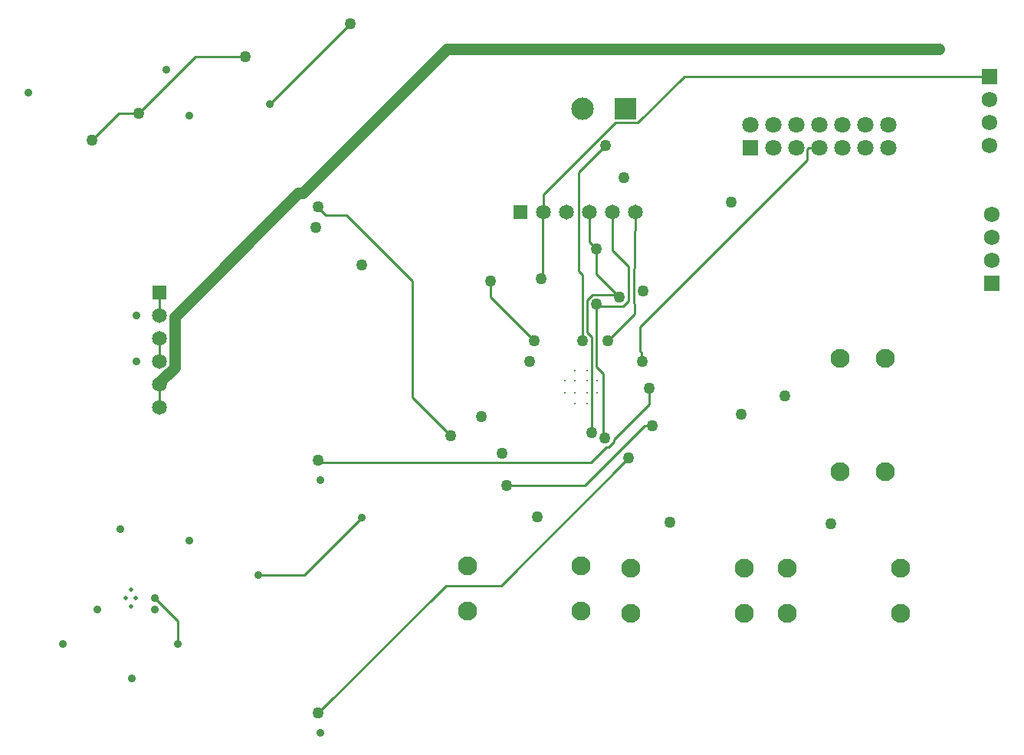
<source format=gbl>
G04*
G04 #@! TF.GenerationSoftware,Altium Limited,Altium Designer,25.2.1 (25)*
G04*
G04 Layer_Physical_Order=4*
G04 Layer_Color=16711680*
%FSLAX44Y44*%
%MOMM*%
G71*
G04*
G04 #@! TF.SameCoordinates,E5E090E4-F6E9-416A-80E2-435660C576E3*
G04*
G04*
G04 #@! TF.FilePolarity,Positive*
G04*
G01*
G75*
%ADD15C,0.2540*%
%ADD72C,0.5000*%
%ADD75C,1.2700*%
%ADD77C,1.7250*%
%ADD78R,1.7250X1.7250*%
%ADD79C,1.8000*%
%ADD80R,1.8000X1.8000*%
%ADD81C,1.6500*%
%ADD82R,1.6500X1.6500*%
%ADD83R,2.4750X2.4750*%
%ADD84C,2.4750*%
%ADD85C,2.1000*%
%ADD86R,1.6500X1.6500*%
%ADD87C,0.3000*%
%ADD88C,1.2700*%
%ADD89C,0.8890*%
%ADD107C,0.2540*%
D15*
X1336040Y1412240D02*
X1384300Y1363980D01*
X1336040Y1412240D02*
Y1430020D01*
X1153606Y1503234D02*
X1176466D01*
X1145540Y1511300D02*
Y1511916D01*
Y1511300D02*
X1153606Y1503234D01*
X1176466D02*
X1249680Y1430020D01*
Y1301448D02*
Y1430020D01*
X1685961Y1564041D02*
Y1575999D01*
X1674903Y1552983D02*
X1685961Y1564041D01*
X1501140Y1352321D02*
Y1379220D01*
X1674903Y1552983D02*
X1674903D01*
X1501140Y1379220D02*
X1674903Y1552983D01*
X1394460Y1506220D02*
Y1525668D01*
X1473762Y1604970D01*
X1498830D01*
X1549940Y1656080D01*
X1887220D01*
X1685961Y1575999D02*
X1686558Y1576596D01*
X1687302Y1577340D02*
X1699260D01*
X1686558Y1576596D02*
X1687302Y1577340D01*
X1502410Y1342390D02*
Y1351051D01*
Y1342390D02*
X1503909Y1340891D01*
X1501140Y1352321D02*
X1502410Y1351051D01*
X1493956Y1423633D02*
X1496060Y1506220D01*
X1493956Y1415216D02*
X1495316Y1395820D01*
X1465580Y1363980D02*
X1495316Y1393716D01*
Y1395820D01*
X1493956Y1415216D02*
Y1423633D01*
X1010033Y1678053D02*
X1065041D01*
X947420Y1615440D02*
X1010033Y1678053D01*
X895617Y1585665D02*
X925392Y1615440D01*
X947420D01*
X1393190Y1433830D02*
Y1504950D01*
X1394460Y1506220D01*
X1391920Y1432560D02*
X1393190Y1433830D01*
X1511300Y1293732D02*
Y1311680D01*
X970280Y1341120D02*
Y1366520D01*
Y1391920D02*
Y1417320D01*
Y1290320D02*
Y1315720D01*
X1447908Y1262642D02*
X1448030Y1262765D01*
Y1367958D01*
X1445260Y1473200D02*
Y1506220D01*
Y1473200D02*
X1452880Y1465580D01*
X1433200Y1550040D02*
X1463040Y1579880D01*
X1433200Y1441192D02*
Y1550040D01*
Y1441192D02*
X1437640Y1436752D01*
Y1363980D02*
Y1436752D01*
X1452880Y1437640D02*
Y1465580D01*
Y1437640D02*
X1478280Y1412240D01*
X1475531D02*
X1478280D01*
X1472991Y1414780D02*
X1475531Y1412240D01*
X1448672Y1414780D02*
X1472991D01*
X1442720Y1408828D02*
X1448672Y1414780D01*
X1442720Y1373268D02*
Y1408828D01*
Y1373268D02*
X1448030Y1367958D01*
X1464128Y1246560D02*
X1466158D01*
X1460500Y1258170D02*
Y1327462D01*
X1466158Y1246560D02*
X1472110Y1252512D01*
Y1254542D01*
X1460500Y1258170D02*
X1461950Y1256720D01*
X1446928Y1229360D02*
X1464128Y1246560D01*
X1472110Y1254542D02*
X1511300Y1293732D01*
X1440180Y1203960D02*
X1506256Y1270036D01*
X1514561D01*
X1514928Y1270404D01*
X1353820Y1203960D02*
X1440180D01*
X1249680Y1301448D02*
X1292020Y1259108D01*
X1150829Y1229360D02*
X1446928D01*
X1145540Y1231900D02*
X1148289D01*
X1150829Y1229360D01*
X1452880Y1335082D02*
X1460500Y1327462D01*
X1347470Y1093470D02*
X1488440Y1234440D01*
X1286510Y1093470D02*
X1347470D01*
X1145540Y952500D02*
X1286510Y1093470D01*
X1452880Y1404620D02*
X1455629D01*
X1458169Y1402080D01*
X1482488D01*
X1488440Y1408032D01*
Y1446347D01*
X1470660Y1464127D02*
X1488440Y1446347D01*
X1470660Y1464127D02*
Y1506220D01*
X1452880Y1335082D02*
Y1404620D01*
X1079500Y1104900D02*
X1130300D01*
X990600Y1028700D02*
Y1054100D01*
X965200Y1079500D02*
X990600Y1054100D01*
X1092200Y1625600D02*
X1181100Y1714500D01*
X1130300Y1104900D02*
X1193800Y1168400D01*
D72*
X944250Y1079500D02*
D03*
X932750D02*
D03*
X938500Y1070000D02*
D03*
Y1089000D02*
D03*
D75*
X1287780Y1686560D02*
X1831340D01*
X1128376Y1527156D02*
X1287780Y1686560D01*
X1123296Y1527156D02*
X1128376D01*
X986785Y1334283D02*
Y1390645D01*
X1123296Y1527156D01*
X972180Y1318648D02*
Y1319678D01*
X986785Y1334283D01*
X970280Y1316748D02*
X972180Y1318648D01*
X970280Y1315720D02*
Y1316748D01*
D77*
X1887220Y1579880D02*
D03*
Y1605280D02*
D03*
Y1630680D02*
D03*
X1889760Y1452880D02*
D03*
Y1478280D02*
D03*
Y1503680D02*
D03*
D78*
X1887220Y1656080D02*
D03*
X1889760Y1427480D02*
D03*
D79*
X1775460Y1602740D02*
D03*
Y1577340D02*
D03*
X1750060Y1602740D02*
D03*
Y1577340D02*
D03*
X1724660Y1602740D02*
D03*
X1699260D02*
D03*
Y1577340D02*
D03*
X1673860Y1602740D02*
D03*
Y1577340D02*
D03*
X1648460D02*
D03*
X1623060Y1602740D02*
D03*
X1724660Y1577340D02*
D03*
X1648460Y1602740D02*
D03*
D80*
X1623060Y1577340D02*
D03*
D81*
X1496060Y1506220D02*
D03*
X1470660D02*
D03*
X1445260D02*
D03*
X1419860D02*
D03*
X1394460D02*
D03*
X970280Y1391920D02*
D03*
Y1366520D02*
D03*
Y1341120D02*
D03*
Y1315720D02*
D03*
Y1290320D02*
D03*
D82*
X1369060Y1506220D02*
D03*
D83*
X1485140Y1620520D02*
D03*
D84*
X1437640D02*
D03*
D85*
X1663700Y1112520D02*
D03*
X1788700D02*
D03*
X1663700Y1062520D02*
D03*
X1788700D02*
D03*
X1490980Y1112520D02*
D03*
X1615980D02*
D03*
X1490980Y1062520D02*
D03*
X1615980D02*
D03*
X1722120Y1219200D02*
D03*
Y1344200D02*
D03*
X1772120Y1219200D02*
D03*
Y1344200D02*
D03*
X1435640Y1065060D02*
D03*
X1310640D02*
D03*
X1435640Y1115060D02*
D03*
X1310640D02*
D03*
D86*
X970280Y1417320D02*
D03*
D87*
X1429020Y1319810D02*
D03*
X1442720D02*
D03*
Y1306110D02*
D03*
X1429020D02*
D03*
X1417870Y1319810D02*
D03*
Y1306110D02*
D03*
X1453870Y1319810D02*
D03*
Y1306110D02*
D03*
X1429020Y1330960D02*
D03*
X1442720D02*
D03*
X1429020Y1294960D02*
D03*
X1442720D02*
D03*
D88*
X1336040Y1430020D02*
D03*
X1142953Y1489000D02*
D03*
X1145540Y1511916D02*
D03*
X1831340Y1686560D02*
D03*
X1503909Y1340891D02*
D03*
X1601906Y1517214D02*
D03*
X1504116Y1419424D02*
D03*
X1065041Y1678053D02*
D03*
X895617Y1585665D02*
D03*
X947420Y1615440D02*
D03*
X1511300Y1311680D02*
D03*
X1661160Y1303020D02*
D03*
X1447908Y1262642D02*
D03*
X1483360Y1544320D02*
D03*
X1711727Y1162003D02*
D03*
X1534160Y1163320D02*
D03*
X1387865Y1169041D02*
D03*
X1612900Y1282700D02*
D03*
X1463040Y1579880D02*
D03*
X1461950Y1256720D02*
D03*
X1353820Y1203960D02*
D03*
X1292020Y1259108D02*
D03*
X1145540Y1231900D02*
D03*
X1514928Y1270404D02*
D03*
X1145540Y952500D02*
D03*
X1488440Y1234440D02*
D03*
X1379220Y1341120D02*
D03*
X1437640Y1363980D02*
D03*
X1465580D02*
D03*
X1452880Y1404620D02*
D03*
X1478280Y1412240D02*
D03*
X1452880Y1465580D02*
D03*
X1391920Y1432560D02*
D03*
X1384300Y1363980D02*
D03*
X1325880Y1280160D02*
D03*
X1348740Y1239520D02*
D03*
X1193800Y1447800D02*
D03*
X1181100Y1714500D02*
D03*
D89*
X1003300Y1143000D02*
D03*
X1092200Y1625600D02*
D03*
X990600Y1028700D02*
D03*
X965200Y1079500D02*
D03*
Y1066800D02*
D03*
X901700D02*
D03*
X863600Y1028700D02*
D03*
X939800Y990600D02*
D03*
X1079500Y1104900D02*
D03*
X977900Y1663700D02*
D03*
X1147918Y1209700D02*
D03*
X927100Y1155700D02*
D03*
X944880Y1391920D02*
D03*
Y1341120D02*
D03*
X1193800Y1168400D02*
D03*
X1147918Y930300D02*
D03*
X825500Y1638300D02*
D03*
X1003300Y1612900D02*
D03*
D107*
X1686558Y1576596D02*
D03*
M02*

</source>
